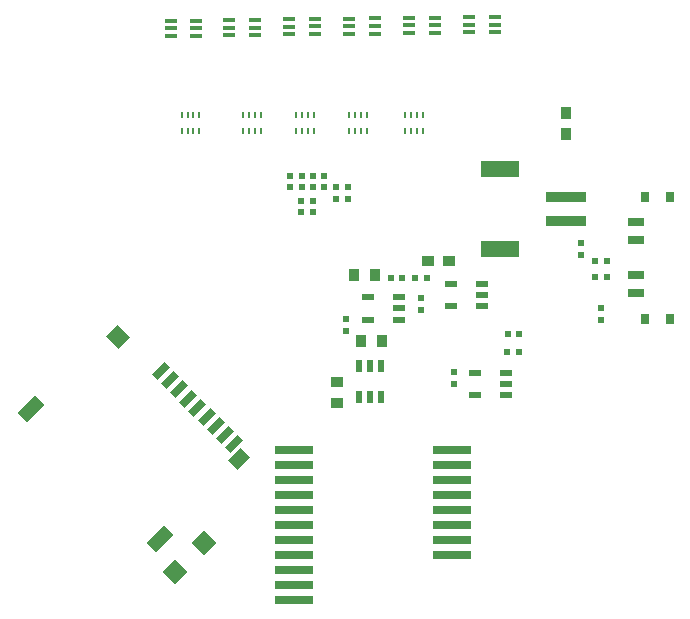
<source format=gbr>
G04 EasyPC Gerber Version 21.0.3 Build 4286 *
G04 #@! TF.Part,Single*
G04 #@! TF.FileFunction,Paste,Bot *
G04 #@! TF.FilePolarity,Positive *
%FSLAX35Y35*%
%MOIN*%
G04 #@! TA.AperFunction,SMDPad*
%ADD84R,0.00700X0.02456*%
%ADD79R,0.01865X0.04424*%
%ADD77R,0.02100X0.02100*%
%ADD93R,0.02900X0.03600*%
%ADD94R,0.03637X0.03991*%
%ADD78R,0.03640X0.04030*%
%ADD81R,0.04300X0.01500*%
%ADD76R,0.04424X0.02062*%
%ADD75R,0.02100X0.02100*%
%ADD92R,0.05600X0.02500*%
%ADD85R,0.12900X0.02900*%
%ADD91R,0.13500X0.03600*%
%ADD82R,0.03991X0.03637*%
%ADD80R,0.04030X0.03640*%
%AMT88*0 Rectangle Pad at angle 45*21,1,0.05200,0.06000,0,0,45*%
%ADD88T88*%
%AMT83*0 Rectangle Pad at angle 45*21,1,0.06000,0.06000,0,0,45*%
%ADD83T83*%
%AMT86*0 Rectangle Pad at angle 135*21,1,0.02400,0.06000,0,0,135*%
%ADD86T86*%
%AMT89*0 Rectangle Pad at angle 135*21,1,0.04400,0.06000,0,0,135*%
%ADD89T89*%
%AMT87*0 Rectangle Pad at angle 135*21,1,0.04400,0.08400,0,0,135*%
%ADD87T87*%
%ADD90R,0.13100X0.05600*%
X0Y0D02*
D02*
D75*
X117050Y135450D03*
Y139250D03*
X120950Y135450D03*
Y139250D03*
X128850Y139850D03*
Y143650D03*
X132750Y139850D03*
Y143650D03*
X146950Y113450D03*
X150850D03*
X155050Y113350D03*
X158950D03*
X185850Y88950D03*
X185950Y94750D03*
X189750Y88950D03*
X189850Y94750D03*
X215150Y113750D03*
Y119050D03*
X219050Y113750D03*
Y119050D03*
D02*
D76*
X139408Y99610D03*
Y107090D03*
X149692Y99610D03*
Y103350D03*
Y107090D03*
X166908Y104110D03*
Y111590D03*
X175108Y74410D03*
Y81890D03*
X177192Y104110D03*
Y107850D03*
Y111590D03*
X185392Y74410D03*
Y78150D03*
Y81890D03*
D02*
D77*
X113450Y143650D03*
Y147550D03*
X117250Y143650D03*
Y147550D03*
X121050Y143650D03*
Y147550D03*
X124850Y143650D03*
Y147550D03*
X132050Y95850D03*
Y99750D03*
X156950Y102850D03*
Y106750D03*
X168150Y78150D03*
Y82050D03*
X210450Y121250D03*
Y125150D03*
X217150Y99450D03*
Y103350D03*
D02*
D78*
X134750Y114450D03*
X137050Y92450D03*
X141750Y114450D03*
X144050Y92450D03*
D02*
D79*
X136210Y73732D03*
Y83968D03*
X139950Y73732D03*
Y83968D03*
X143690Y73732D03*
Y83968D03*
D02*
D80*
X128950Y71950D03*
Y78950D03*
D02*
D81*
X73550Y194150D03*
Y196650D03*
Y199150D03*
X82150Y194150D03*
Y196709D03*
Y199268D03*
X92950Y194350D03*
Y196850D03*
Y199350D03*
X101550Y194350D03*
Y196909D03*
Y199468D03*
X113150Y194750D03*
Y197250D03*
Y199750D03*
X121750Y194750D03*
Y197309D03*
Y199868D03*
X132950Y194950D03*
Y197450D03*
Y199950D03*
X141550Y194950D03*
Y197509D03*
Y200068D03*
X152950Y195150D03*
Y197650D03*
Y200150D03*
X161550Y195150D03*
Y197709D03*
Y200268D03*
X173150Y195350D03*
Y197850D03*
Y200350D03*
X181750Y195350D03*
Y197909D03*
Y200468D03*
D02*
D82*
X159250Y119250D03*
X166250D03*
D02*
D83*
X75112Y15512D03*
X84588Y24988D03*
D02*
D84*
X77244Y162550D03*
Y167668D03*
X79213Y162550D03*
Y167668D03*
X81181Y162550D03*
Y167668D03*
X83150Y162550D03*
Y167668D03*
X97644Y162550D03*
Y167668D03*
X99613Y162550D03*
Y167668D03*
X101581Y162550D03*
Y167668D03*
X103550Y162550D03*
Y167668D03*
X115444Y162550D03*
Y167668D03*
X117413Y162550D03*
Y167668D03*
X119381Y162550D03*
Y167668D03*
X121350Y162550D03*
Y167668D03*
X133044Y162550D03*
Y167668D03*
X135013Y162550D03*
Y167668D03*
X136981Y162550D03*
Y167668D03*
X138950Y162550D03*
Y167668D03*
X151844Y162550D03*
Y167668D03*
X153813Y162550D03*
Y167668D03*
X155781Y162550D03*
Y167668D03*
X157750Y162550D03*
Y167668D03*
D02*
D85*
X114550Y6150D03*
Y11150D03*
Y16150D03*
Y21150D03*
Y26150D03*
Y31150D03*
Y36150D03*
Y41150D03*
Y46150D03*
Y51150D03*
Y56150D03*
X167350Y21150D03*
Y26150D03*
Y31150D03*
Y36150D03*
Y41150D03*
Y46150D03*
Y51150D03*
Y56150D03*
D02*
D86*
X70331Y82376D03*
X73372Y79335D03*
X76412Y76295D03*
X79453Y73254D03*
X82493Y70214D03*
X85534Y67173D03*
X88574Y64133D03*
X91615Y61092D03*
X94656Y58052D03*
D02*
D87*
X26915Y69648D03*
X70048Y26515D03*
D02*
D88*
X56118Y93902D03*
D02*
D89*
X96494Y52960D03*
D02*
D90*
X183350Y123250D03*
Y149750D03*
D02*
D91*
X205350Y132550D03*
Y140450D03*
D02*
D92*
X228850Y108450D03*
Y114350D03*
Y126150D03*
Y132050D03*
D02*
D93*
X231550Y99950D03*
Y140550D03*
X239950Y99950D03*
Y140550D03*
D02*
D94*
X205450Y161350D03*
Y168350D03*
X0Y0D02*
M02*

</source>
